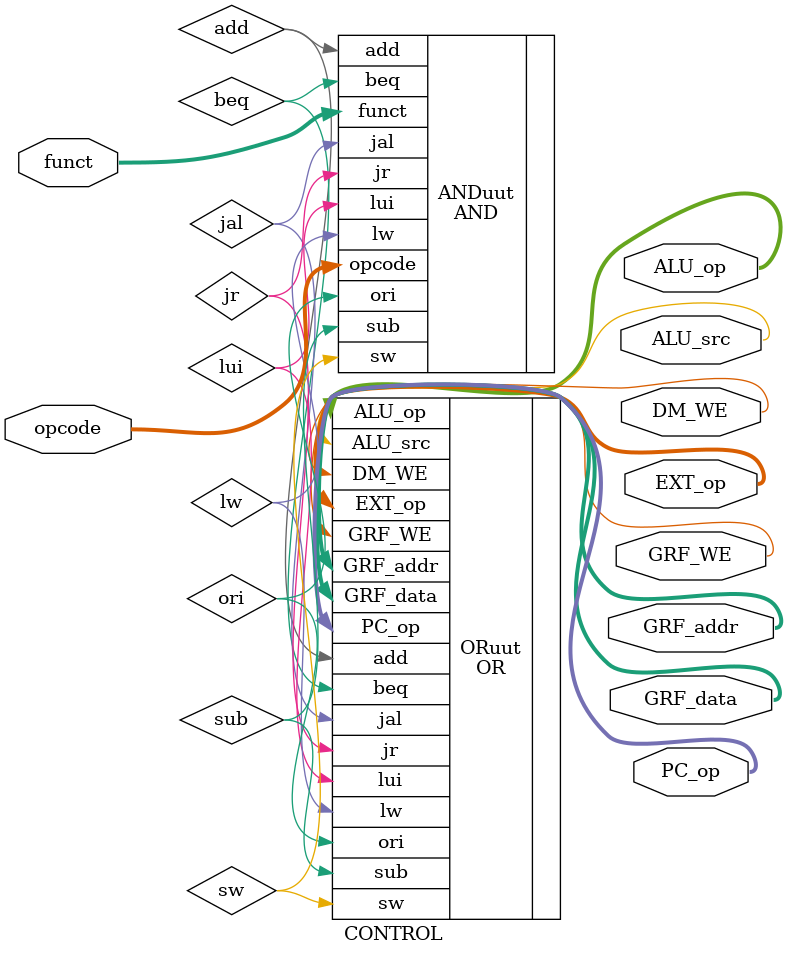
<source format=v>
`timescale 1ns / 1ps
module CONTROL(
    input [5:0] opcode,
    input [5:0] funct,
    output [1:0] EXT_op,
    output [1:0] ALU_op,
    output [1:0] PC_op,
    output [0:0] DM_WE,
    output [0:0] GRF_WE,
    output [1:0] GRF_addr,
    output [1:0] GRF_data,
    output [0:0] ALU_src
);
	wire add;
	wire sub;
	wire ori;
	wire lw;
	wire sw;
	wire beq;
	wire lui;
	wire jal;
	wire jr;
AND ANDuut (
	.opcode(opcode), 
	.funct(funct), 
	.add(add), 
	.sub(sub), 
	.ori(ori), 
	.lw(lw), 
	.sw(sw), 
	.beq(beq), 
	.lui(lui), 
	.jal(jal), 
	.jr(jr)
	);
OR ORuut (
 	.add(add), 
 	.sub(sub), 
 	.ori(ori), 
 	.lw(lw), 
 	.sw(sw), 
 	.beq(beq), 
 	.lui(lui), 
 	.jal(jal), 
 	.jr(jr), 
 	.EXT_op(EXT_op), 
 	.ALU_op(ALU_op), 
 	.PC_op(PC_op), 
 	.DM_WE(DM_WE), 
 	.GRF_WE(GRF_WE), 
 	.GRF_addr(GRF_addr), 
 	.GRF_data(GRF_data), 
 	.ALU_src(ALU_src)
);
endmodule
</source>
